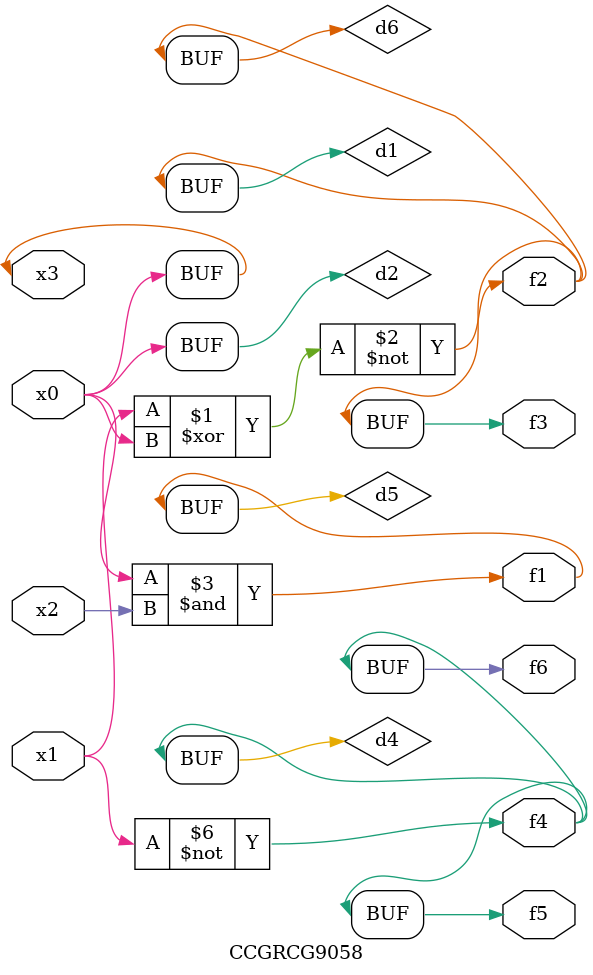
<source format=v>
module CCGRCG9058(
	input x0, x1, x2, x3,
	output f1, f2, f3, f4, f5, f6
);

	wire d1, d2, d3, d4, d5, d6;

	xnor (d1, x1, x3);
	buf (d2, x0, x3);
	nand (d3, x0, x2);
	not (d4, x1);
	nand (d5, d3);
	or (d6, d1);
	assign f1 = d5;
	assign f2 = d6;
	assign f3 = d6;
	assign f4 = d4;
	assign f5 = d4;
	assign f6 = d4;
endmodule

</source>
